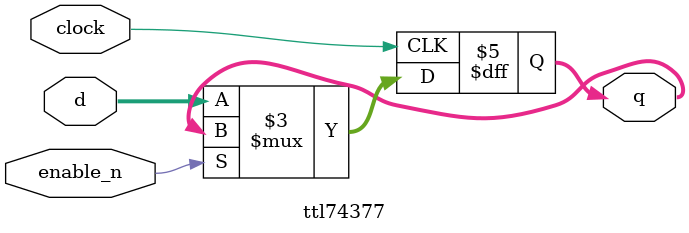
<source format=v>
module ttl74377(
    input clock,
    input enable_n,
    input [7:0] d,
    output reg [7:0] q
);
    always @(posedge clock)
        if (~enable_n)
            q <= d;
endmodule

</source>
